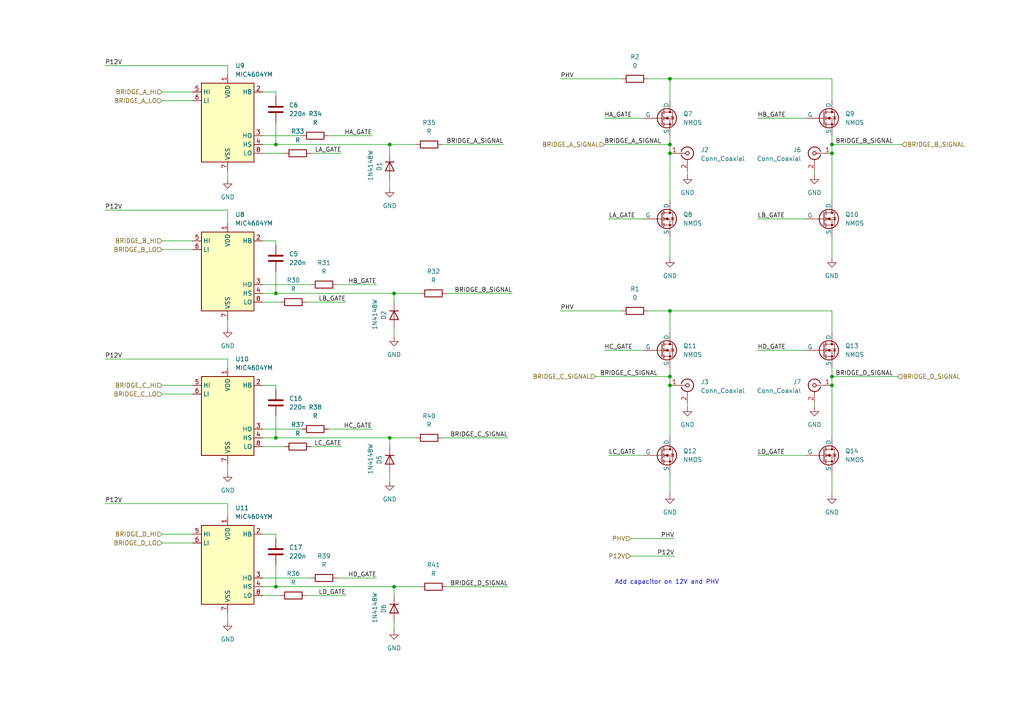
<source format=kicad_sch>
(kicad_sch (version 20231120) (generator "eeschema") (generator_version "8.0")
  (paper "A4")
  (lib_symbols
    (symbol "Connector:Conn_Coaxial" (pin_names (offset 1.016) hide)
      (property "Reference" "J" (at 0.254 3.048 0))
      (property "Value" "Conn_Coaxial" (at 2.921 0 90))
      (symbol "Conn_Coaxial_0_1"
        (arc (start -1.778 -0.508) (mid 0.2311 -1.8066) (end 1.778 0) (stroke (width 0.254)))
        (polyline (pts (xy -2.54 0) (xy -0.508 0)))
        (polyline (pts (xy 0 -2.54) (xy 0 -1.778)))
        (circle (center 0 0) (radius 0.508) (stroke (width 0.2032)))
        (arc (start 1.778 0) (mid 0.2099 1.8101) (end -1.778 0.508) (stroke (width 0.254)))
      )
      (symbol "Conn_Coaxial_1_1"
        (pin passive line (at -5.08 0 0) (length 2.54) (name "In") (number "1"))
        (pin passive line (at 0 -5.08 90) (length 2.54) (name "Ext") (number "2"))
      )
    )
    (symbol "Device:C" (pin_numbers hide) (pin_names (offset 0.254))
      (property "Reference" "C" (at 0.635 2.54 0))
      (property "Value" "C" (at 0.635 -2.54 0))
      (symbol "C_0_1"
        (polyline (pts (xy -2.032 -0.762) (xy 2.032 -0.762)) (stroke (width 0.508)))
        (polyline (pts (xy -2.032 0.762) (xy 2.032 0.762)) (stroke (width 0.508)))
      )
      (symbol "C_1_1"
        (pin passive line (at 0 3.81 270) (length 2.794) (name "~") (number "1"))
        (pin passive line (at 0 -3.81 90) (length 2.794) (name "~") (number "2"))
      )
    )
    (symbol "Device:D" (pin_numbers hide) (pin_names (offset 1.016) hide)
      (property "Reference" "D" (at 0 2.54 0))
      (property "Value" "D" (at 0 -2.54 0))
      (symbol "D_0_1"
        (polyline (pts (xy -1.27 1.27) (xy -1.27 -1.27)) (stroke (width 0.254)))
        (polyline (pts (xy 1.27 0) (xy -1.27 0)))
        (polyline (pts (xy 1.27 1.27) (xy 1.27 -1.27) (xy -1.27 0) (xy 1.27 1.27)) (stroke (width 0.254)))
      )
      (symbol "D_1_1"
        (pin passive line (at -3.81 0 0) (length 2.54) (name "K") (number "1"))
        (pin passive line (at 3.81 0 180) (length 2.54) (name "A") (number "2"))
      )
    )
    (symbol "Device:R" (pin_numbers hide) (pin_names (offset 0))
      (property "Reference" "R" (at 2.032 0 90))
      (property "Value" "R" (at 0 0 90))
      (symbol "R_0_1"
        (rectangle (start -1.016 -2.54) (end 1.016 2.54) (stroke (width 0.254)))
      )
      (symbol "R_1_1"
        (pin passive line (at 0 3.81 270) (length 1.27) (name "~") (number "1"))
        (pin passive line (at 0 -3.81 90) (length 1.27) (name "~") (number "2"))
      )
    )
    (symbol "Driver_FET:MIC4604YM"
      (property "Reference" "U" (at -8.89 -8.89 0))
      (property "Value" "MIC4604YM" (at -8.89 -11.43 0))
      (symbol "MIC4604YM_0_1"
        (rectangle (start -7.62 -12.7) (end 7.62 10.16) (stroke (width 0.254)) (fill (type background)))
      )
      (symbol "MIC4604YM_1_1"
        (pin power_in line (at 0 12.7 270) (length 2.54) (name "VDD") (number "1"))
        (pin passive line (at 10.16 7.62 180) (length 2.54) (name "HB") (number "2"))
        (pin output line (at 10.16 -5.08 180) (length 2.54) (name "HO") (number "3"))
        (pin passive line (at 10.16 -7.62 180) (length 2.54) (name "HS") (number "4"))
        (pin input line (at -10.16 7.62 0) (length 2.54) (name "HI") (number "5"))
        (pin input line (at -10.16 5.08 0) (length 2.54) (name "LI") (number "6"))
        (pin power_in line (at 0 -15.24 90) (length 2.54) (name "VSS") (number "7"))
        (pin output line (at 10.16 -10.16 180) (length 2.54) (name "LO") (number "8"))
      )
    )
    (symbol "Simulation_SPICE:NMOS" (pin_numbers hide) (pin_names (offset 0))
      (property "Reference" "Q" (at 5.08 1.27 0))
      (property "Value" "NMOS" (at 5.08 -1.27 0))
      (symbol "NMOS_0_1"
        (polyline (pts (xy 0.254 0) (xy -2.54 0)))
        (polyline (pts (xy 0.254 1.905) (xy 0.254 -1.905)) (stroke (width 0.254)))
        (polyline (pts (xy 0.762 -1.27) (xy 0.762 -2.286)) (stroke (width 0.254)))
        (polyline (pts (xy 0.762 0.508) (xy 0.762 -0.508)) (stroke (width 0.254)))
        (polyline (pts (xy 0.762 2.286) (xy 0.762 1.27)) (stroke (width 0.254)))
        (polyline (pts (xy 2.54 2.54) (xy 2.54 1.778)))
        (polyline (pts (xy 2.54 -2.54) (xy 2.54 0) (xy 0.762 0)))
        (polyline (pts (xy 0.762 -1.778) (xy 3.302 -1.778) (xy 3.302 1.778) (xy 0.762 1.778)))
        (polyline (pts (xy 1.016 0) (xy 2.032 0.381) (xy 2.032 -0.381) (xy 1.016 0)) (fill (type outline)))
        (polyline (pts (xy 2.794 0.508) (xy 2.921 0.381) (xy 3.683 0.381) (xy 3.81 0.254)))
        (polyline (pts (xy 3.302 0.381) (xy 2.921 -0.254) (xy 3.683 -0.254) (xy 3.302 0.381)))
        (circle (center 1.651 0) (radius 2.794) (stroke (width 0.254)))
        (circle (center 2.54 -1.778) (radius 0.254) (fill (type outline)))
        (circle (center 2.54 1.778) (radius 0.254) (fill (type outline)))
      )
      (symbol "NMOS_1_1"
        (pin passive line (at 2.54 5.08 270) (length 2.54) (name "D") (number "1"))
        (pin input line (at -5.08 0 0) (length 2.54) (name "G") (number "2"))
        (pin passive line (at 2.54 -5.08 90) (length 2.54) (name "S") (number "3"))
      )
    )
    (symbol "power:GND" (power) (pin_numbers hide) (pin_names (offset 0) hide)
      (property "Value" "GND" (at 0 -3.81 0))
      (symbol "GND_0_1"
        (polyline (pts (xy 0 0) (xy 0 -1.27) (xy 1.27 -1.27) (xy 0 -2.54) (xy -1.27 -1.27) (xy 0 -1.27)))
      )
      (symbol "GND_1_1"
        (pin power_in line (at 0 0 270) (length 0) (name "~") (number "1"))
      )
    )
  )
  (junction (at 194.31 44.45))
  (junction (at 194.31 90.17))
  (junction (at 241.3 41.91))
  (junction (at 241.3 109.22))
  (junction (at 194.31 111.76))
  (junction (at 194.31 22.86))
  (junction (at 114.3 85.09))
  (junction (at 241.3 111.76))
  (junction (at 194.31 109.22))
  (junction (at 80.01 170.18))
  (junction (at 80.01 127))
  (junction (at 194.31 41.91))
  (junction (at 241.3 44.45))
  (junction (at 80.01 85.09))
  (junction (at 113.03 127))
  (junction (at 80.01 41.91))
  (junction (at 114.3 170.18))
  (junction (at 113.03 41.91))
  (wire (pts (xy 97.79 167.64) (xy 109.22 167.64)))
  (wire (pts (xy 66.04 177.8) (xy 66.04 180.34)))
  (wire (pts (xy 76.2 26.67) (xy 80.01 26.67)))
  (wire (pts (xy 80.01 26.67) (xy 80.01 27.94)))
  (wire (pts (xy 66.04 92.71) (xy 66.04 95.25)))
  (wire (pts (xy 30.48 104.14) (xy 66.04 104.14)))
  (wire (pts (xy 194.31 90.17) (xy 194.31 96.52)))
  (wire (pts (xy 194.31 44.45) (xy 194.31 58.42)))
  (wire (pts (xy 241.3 109.22) (xy 241.3 111.76)))
  (wire (pts (xy 88.9 172.72) (xy 100.33 172.72)))
  (wire (pts (xy 241.3 22.86) (xy 194.31 22.86)))
  (wire (pts (xy 129.54 85.09) (xy 148.59 85.09)))
  (wire (pts (xy 147.32 127) (xy 128.27 127)))
  (wire (pts (xy 90.17 44.45) (xy 99.06 44.45)))
  (wire (pts (xy 129.54 170.18) (xy 147.32 170.18)))
  (wire (pts (xy 46.99 72.39) (xy 55.88 72.39)))
  (wire (pts (xy 194.31 68.58) (xy 194.31 74.93)))
  (wire (pts (xy 76.2 167.64) (xy 90.17 167.64)))
  (wire (pts (xy 241.3 29.21) (xy 241.3 22.86)))
  (wire (pts (xy 76.2 172.72) (xy 81.28 172.72)))
  (wire (pts (xy 182.88 156.21) (xy 195.58 156.21)))
  (wire (pts (xy 66.04 60.96) (xy 66.04 64.77)))
  (wire (pts (xy 66.04 104.14) (xy 66.04 106.68)))
  (wire (pts (xy 80.01 154.94) (xy 80.01 156.21)))
  (wire (pts (xy 80.01 41.91) (xy 113.03 41.91)))
  (wire (pts (xy 76.2 124.46) (xy 87.63 124.46)))
  (wire (pts (xy 46.99 114.3) (xy 55.88 114.3)))
  (wire (pts (xy 199.39 116.84) (xy 199.39 118.11)))
  (wire (pts (xy 219.71 101.6) (xy 233.68 101.6)))
  (wire (pts (xy 114.3 170.18) (xy 121.92 170.18)))
  (wire (pts (xy 219.71 63.5) (xy 233.68 63.5)))
  (wire (pts (xy 162.56 90.17) (xy 180.34 90.17)))
  (wire (pts (xy 46.99 111.76) (xy 55.88 111.76)))
  (wire (pts (xy 113.03 127) (xy 120.65 127)))
  (wire (pts (xy 241.3 41.91) (xy 261.62 41.91)))
  (wire (pts (xy 80.01 127) (xy 113.03 127)))
  (wire (pts (xy 76.2 170.18) (xy 80.01 170.18)))
  (wire (pts (xy 146.05 41.91) (xy 128.27 41.91)))
  (wire (pts (xy 95.25 124.46) (xy 107.95 124.46)))
  (wire (pts (xy 80.01 78.74) (xy 80.01 85.09)))
  (wire (pts (xy 241.3 68.58) (xy 241.3 74.93)))
  (wire (pts (xy 80.01 111.76) (xy 80.01 113.03)))
  (wire (pts (xy 241.3 90.17) (xy 194.31 90.17)))
  (wire (pts (xy 114.3 87.63) (xy 114.3 85.09)))
  (wire (pts (xy 114.3 85.09) (xy 121.92 85.09)))
  (wire (pts (xy 76.2 127) (xy 80.01 127)))
  (wire (pts (xy 194.31 39.37) (xy 194.31 41.91)))
  (wire (pts (xy 90.17 129.54) (xy 99.06 129.54)))
  (wire (pts (xy 236.22 49.53) (xy 236.22 50.8)))
  (wire (pts (xy 194.31 41.91) (xy 194.31 44.45)))
  (wire (pts (xy 76.2 87.63) (xy 81.28 87.63)))
  (wire (pts (xy 175.26 101.6) (xy 186.69 101.6)))
  (wire (pts (xy 172.72 109.22) (xy 194.31 109.22)))
  (wire (pts (xy 162.56 22.86) (xy 180.34 22.86)))
  (wire (pts (xy 114.3 180.34) (xy 114.3 182.88)))
  (wire (pts (xy 241.3 137.16) (xy 241.3 143.51)))
  (wire (pts (xy 80.01 120.65) (xy 80.01 127)))
  (wire (pts (xy 241.3 106.68) (xy 241.3 109.22)))
  (wire (pts (xy 66.04 146.05) (xy 66.04 149.86)))
  (wire (pts (xy 114.3 172.72) (xy 114.3 170.18)))
  (wire (pts (xy 76.2 82.55) (xy 90.17 82.55)))
  (wire (pts (xy 176.53 63.5) (xy 186.69 63.5)))
  (wire (pts (xy 175.26 34.29) (xy 186.69 34.29)))
  (wire (pts (xy 194.31 109.22) (xy 194.31 111.76)))
  (wire (pts (xy 113.03 137.16) (xy 113.03 139.7)))
  (wire (pts (xy 46.99 29.21) (xy 55.88 29.21)))
  (wire (pts (xy 113.03 129.54) (xy 113.03 127)))
  (wire (pts (xy 66.04 19.05) (xy 66.04 21.59)))
  (wire (pts (xy 88.9 87.63) (xy 100.33 87.63)))
  (wire (pts (xy 241.3 111.76) (xy 241.3 127)))
  (wire (pts (xy 76.2 111.76) (xy 80.01 111.76)))
  (wire (pts (xy 30.48 60.96) (xy 66.04 60.96)))
  (wire (pts (xy 97.79 82.55) (xy 109.22 82.55)))
  (wire (pts (xy 80.01 69.85) (xy 80.01 71.12)))
  (wire (pts (xy 76.2 44.45) (xy 82.55 44.45)))
  (wire (pts (xy 194.31 106.68) (xy 194.31 109.22)))
  (wire (pts (xy 241.3 41.91) (xy 241.3 44.45)))
  (wire (pts (xy 30.48 19.05) (xy 66.04 19.05)))
  (wire (pts (xy 46.99 69.85) (xy 55.88 69.85)))
  (wire (pts (xy 175.26 41.91) (xy 194.31 41.91)))
  (wire (pts (xy 76.2 39.37) (xy 87.63 39.37)))
  (wire (pts (xy 113.03 44.45) (xy 113.03 41.91)))
  (wire (pts (xy 194.31 137.16) (xy 194.31 143.51)))
  (wire (pts (xy 241.3 109.22) (xy 260.35 109.22)))
  (wire (pts (xy 46.99 154.94) (xy 55.88 154.94)))
  (wire (pts (xy 80.01 170.18) (xy 114.3 170.18)))
  (wire (pts (xy 95.25 39.37) (xy 107.95 39.37)))
  (wire (pts (xy 30.48 146.05) (xy 66.04 146.05)))
  (wire (pts (xy 194.31 22.86) (xy 194.31 29.21)))
  (wire (pts (xy 113.03 41.91) (xy 120.65 41.91)))
  (wire (pts (xy 80.01 35.56) (xy 80.01 41.91)))
  (wire (pts (xy 199.39 49.53) (xy 199.39 50.8)))
  (wire (pts (xy 76.2 154.94) (xy 80.01 154.94)))
  (wire (pts (xy 113.03 52.07) (xy 113.03 54.61)))
  (wire (pts (xy 46.99 26.67) (xy 55.88 26.67)))
  (wire (pts (xy 187.96 22.86) (xy 194.31 22.86)))
  (wire (pts (xy 80.01 85.09) (xy 114.3 85.09)))
  (wire (pts (xy 219.71 132.08) (xy 233.68 132.08)))
  (wire (pts (xy 187.96 90.17) (xy 194.31 90.17)))
  (wire (pts (xy 76.2 85.09) (xy 80.01 85.09)))
  (wire (pts (xy 219.71 34.29) (xy 233.68 34.29)))
  (wire (pts (xy 194.31 111.76) (xy 194.31 127)))
  (wire (pts (xy 76.2 41.91) (xy 80.01 41.91)))
  (wire (pts (xy 80.01 163.83) (xy 80.01 170.18)))
  (wire (pts (xy 114.3 95.25) (xy 114.3 97.79)))
  (wire (pts (xy 66.04 49.53) (xy 66.04 52.07)))
  (wire (pts (xy 76.2 69.85) (xy 80.01 69.85)))
  (wire (pts (xy 241.3 39.37) (xy 241.3 41.91)))
  (wire (pts (xy 241.3 96.52) (xy 241.3 90.17)))
  (wire (pts (xy 182.88 161.29) (xy 195.58 161.29)))
  (wire (pts (xy 241.3 44.45) (xy 241.3 58.42)))
  (wire (pts (xy 76.2 129.54) (xy 82.55 129.54)))
  (wire (pts (xy 176.53 132.08) (xy 186.69 132.08)))
  (wire (pts (xy 236.22 116.84) (xy 236.22 118.11)))
  (wire (pts (xy 46.99 157.48) (xy 55.88 157.48)))
  (wire (pts (xy 66.04 134.62) (xy 66.04 137.16)))
  (text "Add capacitor on 12V and PHV" (at 178.308 168.91 0) (effects (font (size 1.27 1.27)) (justify left)))
  (label "BRIDGE_B_SIGNAL" (at 148.59 85.09 180))
  (label "PHV" (at 162.56 90.17 0))
  (label "P12V" (at 30.48 19.05 0))
  (label "P12V" (at 30.48 60.96 0))
  (label "LC_GATE" (at 99.06 129.54 180))
  (label "HC_GATE" (at 107.95 124.46 180))
  (label "LA_GATE" (at 176.53 63.5 0))
  (label "BRIDGE_C_SIGNAL" (at 173.99 109.22 0))
  (label "HD_GATE" (at 219.71 101.6 0))
  (label "HB_GATE" (at 109.22 82.55 180))
  (label "HB_GATE" (at 219.71 34.29 0))
  (label "HD_GATE" (at 109.22 167.64 180))
  (label "HC_GATE" (at 175.26 101.6 0))
  (label "BRIDGE_B_SIGNAL" (at 259.08 41.91 180))
  (label "P12V" (at 30.48 104.14 0))
  (label "LD_GATE" (at 219.71 132.08 0))
  (label "LB_GATE" (at 219.71 63.5 0))
  (label "LC_GATE" (at 176.53 132.08 0))
  (label "HA_GATE" (at 175.26 34.29 0))
  (label "PHV" (at 162.56 22.86 0))
  (label "BRIDGE_A_SIGNAL" (at 175.26 41.91 0))
  (label "P12V" (at 30.48 146.05 0))
  (label "BRIDGE_C_SIGNAL" (at 147.32 127 180))
  (label "P12V" (at 195.58 161.29 180))
  (label "HA_GATE" (at 107.95 39.37 180))
  (label "BRIDGE_D_SIGNAL" (at 259.08 109.22 180))
  (label "LB_GATE" (at 100.33 87.63 180))
  (label "PHV" (at 195.58 156.21 180))
  (label "BRIDGE_A_SIGNAL" (at 146.05 41.91 180))
  (label "BRIDGE_D_SIGNAL" (at 147.32 170.18 180))
  (label "LA_GATE" (at 99.06 44.45 180))
  (label "LD_GATE" (at 100.33 172.72 180))
  (hierarchical_label "BRIDGE_A_HI" (shape input) (at 46.99 26.67 180))
  (hierarchical_label "BRIDGE_B_SIGNAL" (shape input) (at 261.62 41.91 0))
  (hierarchical_label "BRIDGE_A_LO" (shape input) (at 46.99 29.21 180))
  (hierarchical_label "BRIDGE_D_HI" (shape input) (at 46.99 154.94 180))
  (hierarchical_label "P12V" (shape input) (at 182.88 161.29 180))
  (hierarchical_label "PHV" (shape input) (at 182.88 156.21 180))
  (hierarchical_label "BRIDGE_C_SIGNAL" (shape input) (at 172.72 109.22 180))
  (hierarchical_label "BRIDGE_B_LO" (shape input) (at 46.99 72.39 180))
  (hierarchical_label "BRIDGE_A_SIGNAL" (shape input) (at 175.26 41.91 180))
  (hierarchical_label "BRIDGE_C_LO" (shape input) (at 46.99 114.3 180))
  (hierarchical_label "BRIDGE_D_SIGNAL" (shape input) (at 260.35 109.22 0))
  (hierarchical_label "BRIDGE_C_HI" (shape input) (at 46.99 111.76 180))
  (hierarchical_label "BRIDGE_D_LO" (shape input) (at 46.99 157.48 180))
  (hierarchical_label "BRIDGE_B_HI" (shape input) (at 46.99 69.85 180))
  (symbol (lib_id "Connector:Conn_Coaxial") (at 199.39 111.76 0) (unit 1)
    (property "Reference" "J3" (at 203.2 110.7831 0) (effects (justify left)))
    (property "Value" "Conn_Coaxial" (at 203.2 113.3231 0) (effects (justify left)))
    (property "Footprint" "Connector_Coaxial:SMA_Amphenol_901-144_Vertical" (effects (hide yes)))
    (property "Datasheet" " ~" (effects (hide yes)))
    (property "Description" "coaxial connector (BNC, SMA, SMB, SMC, Cinch/RCA, LEMO, ...)" (effects (hide yes)))
  )
  (symbol (lib_id "Device:D") (at 114.3 91.44 270) (unit 1)
    (property "Reference" "D2" (at 111.252 91.44 0))
    (property "Value" "1N4148W" (at 108.712 91.186 0))
    (property "Footprint" "Diode_SMD:D_SOD-123" (effects (hide yes)))
    (property "Datasheet" "https://cz.mouser.com/ProductDetail/Diodes-Incorporated/1N4148W-7-F?qs=LHX0FizJzg7Ae9ZM8LTAWw%3D%3D&srsltid=AfmBOorMVh9aQCQJXlRmu5q-x4k63j0_Z9czWefQ9uFlGwFx4R5vInln" (effects (hide yes)))
    (property "Description" "Diode" (effects (hide yes)))
    (property "Sim.Device" "D" (effects (hide yes)))
    (property "Sim.Pins" "1=K 2=A" (effects (hide yes)))
  )
  (symbol (lib_id "Simulation_SPICE:NMOS") (at 191.77 63.5 0) (unit 1)
    (property "Reference" "Q8" (at 198.12 62.2299 0) (effects (justify left)))
    (property "Value" "NMOS" (at 198.12 64.7699 0) (effects (justify left)))
    (property "Footprint" "Package_TO_SOT_SMD:SOT-223-3_TabPin2" (effects (hide yes)))
    (property "Datasheet" "https://cz.mouser.com/ProductDetail/Diodes-Incorporated/DMN6069SE-13?qs=y6ZabgHbY%252BxxJPeGPFEm5g%3D%3D" (effects (hide yes)))
    (property "Description" "DMN6069SE-13" (effects (hide yes)))
    (property "Sim.Device" "NMOS" (effects (hide yes)))
    (property "Sim.Type" "VDMOS" (effects (hide yes)))
    (property "Sim.Pins" "1=D 2=G 3=S" (effects (hide yes)))
  )
  (symbol (lib_id "Simulation_SPICE:NMOS") (at 191.77 132.08 0) (unit 1)
    (property "Reference" "Q12" (at 198.12 130.8099 0) (effects (justify left)))
    (property "Value" "NMOS" (at 198.12 133.3499 0) (effects (justify left)))
    (property "Footprint" "Package_TO_SOT_SMD:SOT-223-3_TabPin2" (effects (hide yes)))
    (property "Datasheet" "https://cz.mouser.com/ProductDetail/Diodes-Incorporated/DMN6069SE-13?qs=y6ZabgHbY%252BxxJPeGPFEm5g%3D%3D" (effects (hide yes)))
    (property "Description" "DMN6069SE-13" (effects (hide yes)))
    (property "Sim.Device" "NMOS" (effects (hide yes)))
    (property "Sim.Type" "VDMOS" (effects (hide yes)))
    (property "Sim.Pins" "1=D 2=G 3=S" (effects (hide yes)))
  )
  (symbol (lib_id "Driver_FET:MIC4604YM") (at 66.04 34.29 0) (unit 1)
    (property "Reference" "U9" (at 68.2341 19.05 0) (effects (justify left)))
    (property "Value" "MIC4604YM" (at 68.2341 21.59 0) (effects (justify left)))
    (property "Footprint" "Package_SO:SOIC-8_3.9x4.9mm_P1.27mm" (effects (hide yes)))
    (property "Datasheet" "http://ww1.microchip.com/downloads/en/DeviceDoc/20005852A.pdf" (effects (hide yes)))
    (property "Description" "85V Half-Bridge MOSFET Driver with up to 16V Programmable Gate Drive, SOIC-8" (effects (hide yes)))
  )
  (symbol (lib_id "Simulation_SPICE:NMOS") (at 238.76 34.29 0) (unit 1)
    (property "Reference" "Q9" (at 245.11 33.0199 0) (effects (justify left)))
    (property "Value" "NMOS" (at 245.11 35.5599 0) (effects (justify left)))
    (property "Footprint" "Package_TO_SOT_SMD:SOT-223-3_TabPin2" (effects (hide yes)))
    (property "Datasheet" "https://cz.mouser.com/ProductDetail/Diodes-Incorporated/DMN6069SE-13?qs=y6ZabgHbY%252BxxJPeGPFEm5g%3D%3D" (effects (hide yes)))
    (property "Description" "DMN6069SE-13" (effects (hide yes)))
    (property "Sim.Device" "NMOS" (effects (hide yes)))
    (property "Sim.Type" "VDMOS" (effects (hide yes)))
    (property "Sim.Pins" "1=D 2=G 3=S" (effects (hide yes)))
  )
  (symbol (lib_id "Device:D") (at 114.3 176.53 270) (unit 1)
    (property "Reference" "D6" (at 111.252 176.53 0))
    (property "Value" "1N4148W" (at 108.712 176.276 0))
    (property "Footprint" "Diode_SMD:D_SOD-123" (effects (hide yes)))
    (property "Datasheet" "https://cz.mouser.com/ProductDetail/Diodes-Incorporated/1N4148W-7-F?qs=LHX0FizJzg7Ae9ZM8LTAWw%3D%3D&srsltid=AfmBOorMVh9aQCQJXlRmu5q-x4k63j0_Z9czWefQ9uFlGwFx4R5vInln" (effects (hide yes)))
    (property "Description" "Diode" (effects (hide yes)))
    (property "Sim.Device" "D" (effects (hide yes)))
    (property "Sim.Pins" "1=K 2=A" (effects (hide yes)))
  )
  (symbol (lib_id "Device:C") (at 80.01 74.93 0) (unit 1)
    (property "Reference" "C5" (at 83.82 73.6599 0) (effects (justify left)))
    (property "Value" "220n" (at 83.82 76.1999 0) (effects (justify left)))
    (property "Footprint" "Capacitor_SMD:C_0603_1608Metric_Pad1.08x0.95mm_HandSolder" (effects (hide yes)))
    (property "Description" "Unpolarized capacitor" (effects (hide yes)))
  )
  (symbol (lib_id "Device:D") (at 113.03 133.35 270) (unit 1)
    (property "Reference" "D5" (at 109.982 133.35 0))
    (property "Value" "1N4148W" (at 107.442 133.096 0))
    (property "Footprint" "Diode_SMD:D_SOD-123" (effects (hide yes)))
    (property "Datasheet" "https://cz.mouser.com/ProductDetail/Diodes-Incorporated/1N4148W-7-F?qs=LHX0FizJzg7Ae9ZM8LTAWw%3D%3D&srsltid=AfmBOorMVh9aQCQJXlRmu5q-x4k63j0_Z9czWefQ9uFlGwFx4R5vInln" (effects (hide yes)))
    (property "Description" "Diode" (effects (hide yes)))
    (property "Sim.Device" "D" (effects (hide yes)))
    (property "Sim.Pins" "1=K 2=A" (effects (hide yes)))
  )
  (symbol (lib_id "power:GND") (at 113.03 139.7 0) (unit 1)
    (property "Reference" "#PWR035" (effects (hide yes)))
    (property "Value" "GND" (at 113.03 144.78 0))
    (property "Description" "Power symbol creates a global label with name \"GND\" , ground" (effects (hide yes)))
  )
  (symbol (lib_id "power:GND") (at 66.04 52.07 0) (unit 1)
    (property "Reference" "#PWR026" (effects (hide yes)))
    (property "Value" "GND" (at 66.04 57.15 0))
    (property "Description" "Power symbol creates a global label with name \"GND\" , ground" (effects (hide yes)))
  )
  (symbol (lib_id "Driver_FET:MIC4604YM") (at 66.04 77.47 0) (unit 1)
    (property "Reference" "U8" (at 68.2341 62.23 0) (effects (justify left)))
    (property "Value" "MIC4604YM" (at 68.2341 64.77 0) (effects (justify left)))
    (property "Footprint" "Package_SO:SOIC-8_3.9x4.9mm_P1.27mm" (effects (hide yes)))
    (property "Datasheet" "http://ww1.microchip.com/downloads/en/DeviceDoc/20005852A.pdf" (effects (hide yes)))
    (property "Description" "85V Half-Bridge MOSFET Driver with up to 16V Programmable Gate Drive, SOIC-8" (effects (hide yes)))
  )
  (symbol (lib_id "Connector:Conn_Coaxial") (at 199.39 44.45 0) (unit 1)
    (property "Reference" "J2" (at 203.2 43.4731 0) (effects (justify left)))
    (property "Value" "Conn_Coaxial" (at 203.2 46.0131 0) (effects (justify left)))
    (property "Footprint" "Connector_Coaxial:SMA_Amphenol_901-144_Vertical" (effects (hide yes)))
    (property "Datasheet" " ~" (effects (hide yes)))
    (property "Description" "coaxial connector (BNC, SMA, SMB, SMC, Cinch/RCA, LEMO, ...)" (effects (hide yes)))
  )
  (symbol (lib_id "power:GND") (at 236.22 118.11 0) (mirror y) (unit 1)
    (property "Reference" "#PWR0118" (effects (hide yes)))
    (property "Value" "GND" (at 236.22 123.19 0))
    (property "Description" "Power symbol creates a global label with name \"GND\" , ground" (effects (hide yes)))
  )
  (symbol (lib_id "power:GND") (at 236.22 50.8 0) (mirror y) (unit 1)
    (property "Reference" "#PWR0116" (effects (hide yes)))
    (property "Value" "GND" (at 236.22 55.88 0))
    (property "Description" "Power symbol creates a global label with name \"GND\" , ground" (effects (hide yes)))
  )
  (symbol (lib_id "Driver_FET:MIC4604YM") (at 66.04 119.38 0) (unit 1)
    (property "Reference" "U10" (at 68.2341 104.14 0) (effects (justify left)))
    (property "Value" "MIC4604YM" (at 68.2341 106.68 0) (effects (justify left)))
    (property "Footprint" "Package_SO:SOIC-8_3.9x4.9mm_P1.27mm" (effects (hide yes)))
    (property "Datasheet" "http://ww1.microchip.com/downloads/en/DeviceDoc/20005852A.pdf" (effects (hide yes)))
    (property "Description" "85V Half-Bridge MOSFET Driver with up to 16V Programmable Gate Drive, SOIC-8" (effects (hide yes)))
  )
  (symbol (lib_id "Device:R") (at 125.73 170.18 90) (unit 1)
    (property "Reference" "R41" (at 125.73 163.83 90))
    (property "Value" "R" (at 125.73 166.37 90))
    (property "Footprint" "Resistor_SMD:R_0603_1608Metric_Pad0.98x0.95mm_HandSolder" (effects (hide yes)))
    (property "Description" "Resistor" (effects (hide yes)))
  )
  (symbol (lib_id "Simulation_SPICE:NMOS") (at 238.76 101.6 0) (unit 1)
    (property "Reference" "Q13" (at 245.11 100.3299 0) (effects (justify left)))
    (property "Value" "NMOS" (at 245.11 102.8699 0) (effects (justify left)))
    (property "Footprint" "Package_TO_SOT_SMD:SOT-223-3_TabPin2" (effects (hide yes)))
    (property "Datasheet" "https://cz.mouser.com/ProductDetail/Diodes-Incorporated/DMN6069SE-13?qs=y6ZabgHbY%252BxxJPeGPFEm5g%3D%3D" (effects (hide yes)))
    (property "Description" "DMN6069SE-13" (effects (hide yes)))
    (property "Sim.Device" "NMOS" (effects (hide yes)))
    (property "Sim.Type" "VDMOS" (effects (hide yes)))
    (property "Sim.Pins" "1=D 2=G 3=S" (effects (hide yes)))
  )
  (symbol (lib_id "Device:R") (at 85.09 87.63 90) (unit 1)
    (property "Reference" "R30" (at 85.09 81.28 90))
    (property "Value" "R" (at 85.09 83.82 90))
    (property "Footprint" "Resistor_SMD:R_0603_1608Metric_Pad0.98x0.95mm_HandSolder" (effects (hide yes)))
    (property "Description" "Resistor" (effects (hide yes)))
  )
  (symbol (lib_id "Simulation_SPICE:NMOS") (at 191.77 34.29 0) (unit 1)
    (property "Reference" "Q7" (at 198.12 33.0199 0) (effects (justify left)))
    (property "Value" "NMOS" (at 198.12 35.5599 0) (effects (justify left)))
    (property "Footprint" "Package_TO_SOT_SMD:SOT-223-3_TabPin2" (effects (hide yes)))
    (property "Datasheet" "https://cz.mouser.com/ProductDetail/Diodes-Incorporated/DMN6069SE-13?qs=y6ZabgHbY%252BxxJPeGPFEm5g%3D%3D" (effects (hide yes)))
    (property "Description" "DMN6069SE-13" (effects (hide yes)))
    (property "Sim.Device" "NMOS" (effects (hide yes)))
    (property "Sim.Type" "VDMOS" (effects (hide yes)))
    (property "Sim.Pins" "1=D 2=G 3=S" (effects (hide yes)))
  )
  (symbol (lib_id "Device:R") (at 124.46 41.91 90) (unit 1)
    (property "Reference" "R35" (at 124.46 35.56 90))
    (property "Value" "R" (at 124.46 38.1 90))
    (property "Footprint" "Resistor_SMD:R_0603_1608Metric_Pad0.98x0.95mm_HandSolder" (effects (hide yes)))
    (property "Description" "Resistor" (effects (hide yes)))
  )
  (symbol (lib_id "Device:R") (at 125.73 85.09 90) (unit 1)
    (property "Reference" "R32" (at 125.73 78.74 90))
    (property "Value" "R" (at 125.73 81.28 90))
    (property "Footprint" "Resistor_SMD:R_0603_1608Metric_Pad0.98x0.95mm_HandSolder" (effects (hide yes)))
    (property "Description" "Resistor" (effects (hide yes)))
  )
  (symbol (lib_id "power:GND") (at 194.31 143.51 0) (unit 1)
    (property "Reference" "#PWR031" (effects (hide yes)))
    (property "Value" "GND" (at 194.31 148.59 0))
    (property "Description" "Power symbol creates a global label with name \"GND\" , ground" (effects (hide yes)))
  )
  (symbol (lib_id "power:GND") (at 241.3 143.51 0) (unit 1)
    (property "Reference" "#PWR032" (effects (hide yes)))
    (property "Value" "GND" (at 241.3 148.59 0))
    (property "Description" "Power symbol creates a global label with name \"GND\" , ground" (effects (hide yes)))
  )
  (symbol (lib_id "power:GND") (at 199.39 118.11 0) (unit 1)
    (property "Reference" "#PWR0117" (effects (hide yes)))
    (property "Value" "GND" (at 199.39 123.19 0))
    (property "Description" "Power symbol creates a global label with name \"GND\" , ground" (effects (hide yes)))
  )
  (symbol (lib_id "Device:R") (at 86.36 129.54 90) (unit 1)
    (property "Reference" "R37" (at 86.36 123.19 90))
    (property "Value" "R" (at 86.36 125.73 90))
    (property "Footprint" "Resistor_SMD:R_0603_1608Metric_Pad0.98x0.95mm_HandSolder" (effects (hide yes)))
    (property "Description" "Resistor" (effects (hide yes)))
  )
  (symbol (lib_id "Connector:Conn_Coaxial") (at 236.22 111.76 0) (mirror y) (unit 1)
    (property "Reference" "J7" (at 232.41 110.7831 0) (effects (justify left)))
    (property "Value" "Conn_Coaxial" (at 232.41 113.3231 0) (effects (justify left)))
    (property "Footprint" "Connector_Coaxial:SMA_Amphenol_901-144_Vertical" (effects (hide yes)))
    (property "Datasheet" " ~" (effects (hide yes)))
    (property "Description" "coaxial connector (BNC, SMA, SMB, SMC, Cinch/RCA, LEMO, ...)" (effects (hide yes)))
  )
  (symbol (lib_id "power:GND") (at 66.04 137.16 0) (unit 1)
    (property "Reference" "#PWR033" (effects (hide yes)))
    (property "Value" "GND" (at 66.04 142.24 0))
    (property "Description" "Power symbol creates a global label with name \"GND\" , ground" (effects (hide yes)))
  )
  (symbol (lib_id "Device:R") (at 184.15 90.17 90) (unit 1)
    (property "Reference" "R1" (at 184.15 83.82 90))
    (property "Value" "0" (at 184.15 86.36 90))
    (property "Footprint" "Resistor_SMD:R_1206_3216Metric_Pad1.30x1.75mm_HandSolder" (effects (hide yes)))
    (property "Description" "Resistor" (effects (hide yes)))
  )
  (symbol (lib_id "Device:C") (at 80.01 160.02 0) (unit 1)
    (property "Reference" "C17" (at 83.82 158.7499 0) (effects (justify left)))
    (property "Value" "220n" (at 83.82 161.2899 0) (effects (justify left)))
    (property "Footprint" "Capacitor_SMD:C_0603_1608Metric_Pad1.08x0.95mm_HandSolder" (effects (hide yes)))
    (property "Description" "Unpolarized capacitor" (effects (hide yes)))
  )
  (symbol (lib_id "Device:R") (at 85.09 172.72 90) (unit 1)
    (property "Reference" "R36" (at 85.09 166.37 90))
    (property "Value" "R" (at 85.09 168.91 90))
    (property "Footprint" "Resistor_SMD:R_0603_1608Metric_Pad0.98x0.95mm_HandSolder" (effects (hide yes)))
    (property "Description" "Resistor" (effects (hide yes)))
  )
  (symbol (lib_id "Device:R") (at 86.36 44.45 90) (unit 1)
    (property "Reference" "R33" (at 86.36 38.1 90))
    (property "Value" "R" (at 86.36 40.64 90))
    (property "Footprint" "Resistor_SMD:R_0603_1608Metric_Pad0.98x0.95mm_HandSolder" (effects (hide yes)))
    (property "Description" "Resistor" (effects (hide yes)))
  )
  (symbol (lib_id "Device:R") (at 91.44 124.46 90) (unit 1)
    (property "Reference" "R38" (at 91.44 118.11 90))
    (property "Value" "R" (at 91.44 120.65 90))
    (property "Footprint" "Resistor_SMD:R_0603_1608Metric_Pad0.98x0.95mm_HandSolder" (effects (hide yes)))
    (property "Description" "Resistor" (effects (hide yes)))
  )
  (symbol (lib_id "power:GND") (at 241.3 74.93 0) (unit 1)
    (property "Reference" "#PWR030" (effects (hide yes)))
    (property "Value" "GND" (at 241.3 80.01 0))
    (property "Description" "Power symbol creates a global label with name \"GND\" , ground" (effects (hide yes)))
  )
  (symbol (lib_id "Simulation_SPICE:NMOS") (at 191.77 101.6 0) (unit 1)
    (property "Reference" "Q11" (at 198.12 100.3299 0) (effects (justify left)))
    (property "Value" "NMOS" (at 198.12 102.8699 0) (effects (justify left)))
    (property "Footprint" "Package_TO_SOT_SMD:SOT-223-3_TabPin2" (effects (hide yes)))
    (property "Datasheet" "https://cz.mouser.com/ProductDetail/Diodes-Incorporated/DMN6069SE-13?qs=y6ZabgHbY%252BxxJPeGPFEm5g%3D%3D" (effects (hide yes)))
    (property "Description" "DMN6069SE-13" (effects (hide yes)))
    (property "Sim.Device" "NMOS" (effects (hide yes)))
    (property "Sim.Type" "VDMOS" (effects (hide yes)))
    (property "Sim.Pins" "1=D 2=G 3=S" (effects (hide yes)))
  )
  (symbol (lib_id "Device:R") (at 91.44 39.37 90) (unit 1)
    (property "Reference" "R34" (at 91.44 33.02 90))
    (property "Value" "R" (at 91.44 35.56 90))
    (property "Footprint" "Resistor_SMD:R_0603_1608Metric_Pad0.98x0.95mm_HandSolder" (effects (hide yes)))
    (property "Description" "Resistor" (effects (hide yes)))
  )
  (symbol (lib_id "power:GND") (at 114.3 182.88 0) (unit 1)
    (property "Reference" "#PWR036" (effects (hide yes)))
    (property "Value" "GND" (at 114.3 187.96 0))
    (property "Description" "Power symbol creates a global label with name \"GND\" , ground" (effects (hide yes)))
  )
  (symbol (lib_id "power:GND") (at 194.31 74.93 0) (unit 1)
    (property "Reference" "#PWR029" (effects (hide yes)))
    (property "Value" "GND" (at 194.31 80.01 0))
    (property "Description" "Power symbol creates a global label with name \"GND\" , ground" (effects (hide yes)))
  )
  (symbol (lib_id "Simulation_SPICE:NMOS") (at 238.76 132.08 0) (unit 1)
    (property "Reference" "Q14" (at 245.11 130.8099 0) (effects (justify left)))
    (property "Value" "NMOS" (at 245.11 133.3499 0) (effects (justify left)))
    (property "Footprint" "Package_TO_SOT_SMD:SOT-223-3_TabPin2" (effects (hide yes)))
    (property "Datasheet" "https://cz.mouser.com/ProductDetail/Diodes-Incorporated/DMN6069SE-13?qs=y6ZabgHbY%252BxxJPeGPFEm5g%3D%3D" (effects (hide yes)))
    (property "Description" "DMN6069SE-13" (effects (hide yes)))
    (property "Sim.Device" "NMOS" (effects (hide yes)))
    (property "Sim.Type" "VDMOS" (effects (hide yes)))
    (property "Sim.Pins" "1=D 2=G 3=S" (effects (hide yes)))
  )
  (symbol (lib_id "Simulation_SPICE:NMOS") (at 238.76 63.5 0) (unit 1)
    (property "Reference" "Q10" (at 245.11 62.2299 0) (effects (justify left)))
    (property "Value" "NMOS" (at 245.11 64.7699 0) (effects (justify left)))
    (property "Footprint" "Package_TO_SOT_SMD:SOT-223-3_TabPin2" (effects (hide yes)))
    (property "Datasheet" "https://cz.mouser.com/ProductDetail/Diodes-Incorporated/DMN6069SE-13?qs=y6ZabgHbY%252BxxJPeGPFEm5g%3D%3D" (effects (hide yes)))
    (property "Description" "DMN6069SE-13" (effects (hide yes)))
    (property "Sim.Device" "NMOS" (effects (hide yes)))
    (property "Sim.Type" "VDMOS" (effects (hide yes)))
    (property "Sim.Pins" "1=D 2=G 3=S" (effects (hide yes)))
  )
  (symbol (lib_id "Device:C") (at 80.01 116.84 0) (unit 1)
    (property "Reference" "C16" (at 83.82 115.5699 0) (effects (justify left)))
    (property "Value" "220n" (at 83.82 118.1099 0) (effects (justify left)))
    (property "Footprint" "Capacitor_SMD:C_0603_1608Metric_Pad1.08x0.95mm_HandSolder" (effects (hide yes)))
    (property "Description" "Unpolarized capacitor" (effects (hide yes)))
  )
  (symbol (lib_id "power:GND") (at 199.39 50.8 0) (unit 1)
    (property "Reference" "#PWR0115" (effects (hide yes)))
    (property "Value" "GND" (at 199.39 55.88 0))
    (property "Description" "Power symbol creates a global label with name \"GND\" , ground" (effects (hide yes)))
  )
  (symbol (lib_id "Device:R") (at 124.46 127 90) (unit 1)
    (property "Reference" "R40" (at 124.46 120.65 90))
    (property "Value" "R" (at 124.46 123.19 90))
    (property "Footprint" "Resistor_SMD:R_0603_1608Metric_Pad0.98x0.95mm_HandSolder" (effects (hide yes)))
    (property "Description" "Resistor" (effects (hide yes)))
  )
  (symbol (lib_id "power:GND") (at 66.04 95.25 0) (unit 1)
    (property "Reference" "#PWR025" (effects (hide yes)))
    (property "Value" "GND" (at 66.04 100.33 0))
    (property "Description" "Power symbol creates a global label with name \"GND\" , ground" (effects (hide yes)))
  )
  (symbol (lib_id "Device:D") (at 113.03 48.26 270) (unit 1)
    (property "Reference" "D1" (at 109.982 48.26 0))
    (property "Value" "1N4148W" (at 107.442 48.006 0))
    (property "Footprint" "Diode_SMD:D_SOD-123" (effects (hide yes)))
    (property "Datasheet" "https://cz.mouser.com/ProductDetail/Diodes-Incorporated/1N4148W-7-F?qs=LHX0FizJzg7Ae9ZM8LTAWw%3D%3D&srsltid=AfmBOorMVh9aQCQJXlRmu5q-x4k63j0_Z9czWefQ9uFlGwFx4R5vInln" (effects (hide yes)))
    (property "Description" "Diode" (effects (hide yes)))
    (property "Sim.Device" "D" (effects (hide yes)))
    (property "Sim.Pins" "1=K 2=A" (effects (hide yes)))
  )
  (symbol (lib_id "Device:R") (at 93.98 167.64 90) (unit 1)
    (property "Reference" "R39" (at 93.98 161.29 90))
    (property "Value" "R" (at 93.98 163.83 90))
    (property "Footprint" "Resistor_SMD:R_0603_1608Metric_Pad0.98x0.95mm_HandSolder" (effects (hide yes)))
    (property "Description" "Resistor" (effects (hide yes)))
  )
  (symbol (lib_id "power:GND") (at 113.03 54.61 0) (unit 1)
    (property "Reference" "#PWR028" (effects (hide yes)))
    (property "Value" "GND" (at 113.03 59.69 0))
    (property "Description" "Power symbol creates a global label with name \"GND\" , ground" (effects (hide yes)))
  )
  (symbol (lib_id "Device:R") (at 93.98 82.55 90) (unit 1)
    (property "Reference" "R31" (at 93.98 76.2 90))
    (property "Value" "R" (at 93.98 78.74 90))
    (property "Footprint" "Resistor_SMD:R_0603_1608Metric_Pad0.98x0.95mm_HandSolder" (effects (hide yes)))
    (property "Description" "Resistor" (effects (hide yes)))
  )
  (symbol (lib_id "Connector:Conn_Coaxial") (at 236.22 44.45 0) (mirror y) (unit 1)
    (property "Reference" "J6" (at 232.41 43.4731 0) (effects (justify left)))
    (property "Value" "Conn_Coaxial" (at 232.41 46.0131 0) (effects (justify left)))
    (property "Footprint" "Connector_Coaxial:SMA_Amphenol_901-144_Vertical" (effects (hide yes)))
    (property "Datasheet" " ~" (effects (hide yes)))
    (property "Description" "coaxial connector (BNC, SMA, SMB, SMC, Cinch/RCA, LEMO, ...)" (effects (hide yes)))
  )
  (symbol (lib_id "power:GND") (at 66.04 180.34 0) (unit 1)
    (property "Reference" "#PWR034" (effects (hide yes)))
    (property "Value" "GND" (at 66.04 185.42 0))
    (property "Description" "Power symbol creates a global label with name \"GND\" , ground" (effects (hide yes)))
  )
  (symbol (lib_id "Device:C") (at 80.01 31.75 0) (unit 1)
    (property "Reference" "C6" (at 83.82 30.4799 0) (effects (justify left)))
    (property "Value" "220n" (at 83.82 33.0199 0) (effects (justify left)))
    (property "Footprint" "Capacitor_SMD:C_0603_1608Metric_Pad1.08x0.95mm_HandSolder" (effects (hide yes)))
    (property "Description" "Unpolarized capacitor" (effects (hide yes)))
  )
  (symbol (lib_id "Driver_FET:MIC4604YM") (at 66.04 162.56 0) (unit 1)
    (property "Reference" "U11" (at 68.2341 147.32 0) (effects (justify left)))
    (property "Value" "MIC4604YM" (at 68.2341 149.86 0) (effects (justify left)))
    (property "Footprint" "Package_SO:SOIC-8_3.9x4.9mm_P1.27mm" (effects (hide yes)))
    (property "Datasheet" "http://ww1.microchip.com/downloads/en/DeviceDoc/20005852A.pdf" (effects (hide yes)))
    (property "Description" "85V Half-Bridge MOSFET Driver with up to 16V Programmable Gate Drive, SOIC-8" (effects (hide yes)))
  )
  (symbol (lib_id "Device:R") (at 184.15 22.86 90) (unit 1)
    (property "Reference" "R2" (at 184.15 16.51 90))
    (property "Value" "0" (at 184.15 19.05 90))
    (property "Footprint" "Resistor_SMD:R_1206_3216Metric_Pad1.30x1.75mm_HandSolder" (effects (hide yes)))
    (property "Description" "Resistor" (effects (hide yes)))
  )
  (symbol (lib_id "power:GND") (at 114.3 97.79 0) (unit 1)
    (property "Reference" "#PWR027" (effects (hide yes)))
    (property "Value" "GND" (at 114.3 102.87 0))
    (property "Description" "Power symbol creates a global label with name \"GND\" , ground" (effects (hide yes)))
  )
)
</source>
